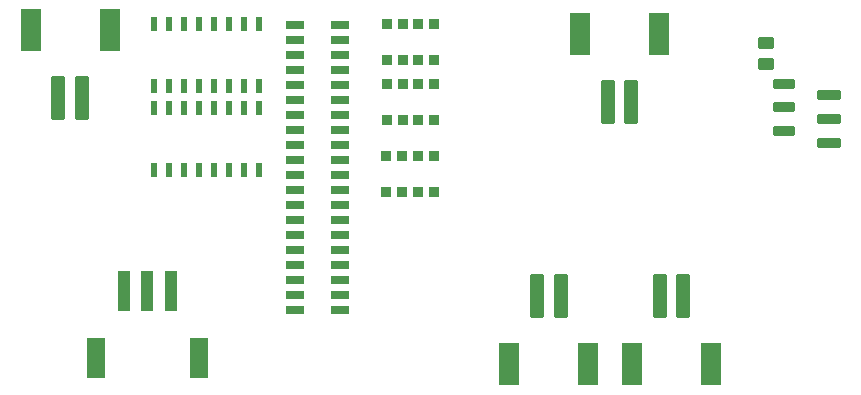
<source format=gbr>
%TF.GenerationSoftware,KiCad,Pcbnew,8.0.4*%
%TF.CreationDate,2025-03-13T09:59:00-07:00*%
%TF.ProjectId,keyboard_board,6b657962-6f61-4726-945f-626f6172642e,rev?*%
%TF.SameCoordinates,Original*%
%TF.FileFunction,Soldermask,Top*%
%TF.FilePolarity,Negative*%
%FSLAX46Y46*%
G04 Gerber Fmt 4.6, Leading zero omitted, Abs format (unit mm)*
G04 Created by KiCad (PCBNEW 8.0.4) date 2025-03-13 09:59:00*
%MOMM*%
%LPD*%
G01*
G04 APERTURE LIST*
G04 Aperture macros list*
%AMRoundRect*
0 Rectangle with rounded corners*
0 $1 Rounding radius*
0 $2 $3 $4 $5 $6 $7 $8 $9 X,Y pos of 4 corners*
0 Add a 4 corners polygon primitive as box body*
4,1,4,$2,$3,$4,$5,$6,$7,$8,$9,$2,$3,0*
0 Add four circle primitives for the rounded corners*
1,1,$1+$1,$2,$3*
1,1,$1+$1,$4,$5*
1,1,$1+$1,$6,$7*
1,1,$1+$1,$8,$9*
0 Add four rect primitives between the rounded corners*
20,1,$1+$1,$2,$3,$4,$5,0*
20,1,$1+$1,$4,$5,$6,$7,0*
20,1,$1+$1,$6,$7,$8,$9,0*
20,1,$1+$1,$8,$9,$2,$3,0*%
G04 Aperture macros list end*
%ADD10R,0.990600X3.505200*%
%ADD11R,1.600200X3.505200*%
%ADD12RoundRect,0.102000X-0.750000X-1.700000X0.750000X-1.700000X0.750000X1.700000X-0.750000X1.700000X0*%
%ADD13RoundRect,0.102000X-0.500000X-1.750000X0.500000X-1.750000X0.500000X1.750000X-0.500000X1.750000X0*%
%ADD14RoundRect,0.250000X0.450000X-0.262500X0.450000X0.262500X-0.450000X0.262500X-0.450000X-0.262500X0*%
%ADD15RoundRect,0.102000X-0.825000X0.300000X-0.825000X-0.300000X0.825000X-0.300000X0.825000X0.300000X0*%
%ADD16RoundRect,0.102000X-0.925000X0.300000X-0.925000X-0.300000X0.925000X-0.300000X0.925000X0.300000X0*%
%ADD17RoundRect,0.102000X0.500000X1.750000X-0.500000X1.750000X-0.500000X-1.750000X0.500000X-1.750000X0*%
%ADD18RoundRect,0.102000X0.750000X1.700000X-0.750000X1.700000X-0.750000X-1.700000X0.750000X-1.700000X0*%
%ADD19R,1.600000X0.740000*%
%ADD20R,0.900000X0.900000*%
%ADD21R,0.508000X1.257300*%
G04 APERTURE END LIST*
D10*
%TO.C,J4*%
X199136000Y-99969142D03*
X201136001Y-99969142D03*
X203136002Y-99969142D03*
D11*
X205486002Y-105664000D03*
X196786000Y-105664000D03*
%TD*%
D12*
%TO.C,P4*%
X237775000Y-78232000D03*
X244475000Y-78232000D03*
D13*
X240125000Y-83982000D03*
X242125000Y-83982000D03*
%TD*%
D14*
%TO.C,R1*%
X253525000Y-80787500D03*
X253525000Y-78962500D03*
%TD*%
D15*
%TO.C,J2*%
X255063439Y-82409649D03*
D16*
X258813439Y-83409649D03*
D15*
X255063439Y-84409649D03*
D16*
X258813439Y-85409649D03*
D15*
X255063439Y-86409649D03*
D16*
X258813439Y-87409649D03*
%TD*%
D17*
%TO.C,P2*%
X234125424Y-100422979D03*
X236125424Y-100422979D03*
D18*
X231775424Y-106172979D03*
X238475424Y-106172979D03*
%TD*%
D13*
%TO.C,P3*%
X195600000Y-83630000D03*
X193600000Y-83630000D03*
D12*
X197950000Y-77880000D03*
X191250000Y-77880000D03*
%TD*%
D19*
%TO.C,J1*%
X217425000Y-101615000D03*
X213625000Y-101615000D03*
X217425000Y-100345000D03*
X213625000Y-100345000D03*
X217425000Y-99075000D03*
X213625000Y-99075000D03*
X217425000Y-97805000D03*
X213625000Y-97805000D03*
X217425000Y-96535000D03*
X213625000Y-96535000D03*
X217425000Y-95265000D03*
X213625000Y-95265000D03*
X217425000Y-93995000D03*
X213625000Y-93995000D03*
X217425000Y-92725000D03*
X213625000Y-92725000D03*
X217425000Y-91455000D03*
X213625000Y-91455000D03*
X217425000Y-90185000D03*
X213625000Y-90185000D03*
X217425000Y-88915000D03*
X213625000Y-88915000D03*
X217425000Y-87645000D03*
X213625000Y-87645000D03*
X217425000Y-86375000D03*
X213625000Y-86375000D03*
X217425000Y-85105000D03*
X213625000Y-85105000D03*
X217425000Y-83835000D03*
X213625000Y-83835000D03*
X217425000Y-82565000D03*
X213625000Y-82565000D03*
X217425000Y-81295000D03*
X213625000Y-81295000D03*
X217425000Y-80025000D03*
X213625000Y-80025000D03*
X217425000Y-78755000D03*
X213625000Y-78755000D03*
X217425000Y-77485000D03*
X213625000Y-77485000D03*
%TD*%
D20*
%TO.C,RN3*%
X225400000Y-80400000D03*
X224060000Y-80400000D03*
X222740000Y-80400000D03*
X221400000Y-80400000D03*
X221400000Y-77400000D03*
X222740000Y-77400000D03*
X224060000Y-77400000D03*
X225400000Y-77400000D03*
%TD*%
D21*
%TO.C,U2*%
X210620000Y-77352450D03*
X209350000Y-77352450D03*
X208080000Y-77352450D03*
X206810000Y-77352450D03*
X205540000Y-77352450D03*
X204270000Y-77352450D03*
X203000000Y-77352450D03*
X201730000Y-77352450D03*
X201730000Y-82597550D03*
X203000000Y-82597550D03*
X204270000Y-82597550D03*
X205540000Y-82597550D03*
X206810000Y-82597550D03*
X208080000Y-82597550D03*
X209350000Y-82597550D03*
X210620000Y-82597550D03*
%TD*%
D20*
%TO.C,RN1*%
X221375000Y-91575000D03*
X222715000Y-91575000D03*
X224035000Y-91575000D03*
X225375000Y-91575000D03*
X225375000Y-88575000D03*
X224035000Y-88575000D03*
X222715000Y-88575000D03*
X221375000Y-88575000D03*
%TD*%
D21*
%TO.C,U3*%
X210630000Y-84454900D03*
X209360000Y-84454900D03*
X208090000Y-84454900D03*
X206820000Y-84454900D03*
X205550000Y-84454900D03*
X204280000Y-84454900D03*
X203010000Y-84454900D03*
X201740000Y-84454900D03*
X201740000Y-89700000D03*
X203010000Y-89700000D03*
X204280000Y-89700000D03*
X205550000Y-89700000D03*
X206820000Y-89700000D03*
X208090000Y-89700000D03*
X209360000Y-89700000D03*
X210630000Y-89700000D03*
%TD*%
D20*
%TO.C,RN2*%
X225400000Y-82450000D03*
X224060000Y-82450000D03*
X222740000Y-82450000D03*
X221400000Y-82450000D03*
X221400000Y-85450000D03*
X222740000Y-85450000D03*
X224060000Y-85450000D03*
X225400000Y-85450000D03*
%TD*%
D17*
%TO.C,P1*%
X244500424Y-100422979D03*
X246500424Y-100422979D03*
D18*
X242150424Y-106172979D03*
X248850424Y-106172979D03*
%TD*%
M02*

</source>
